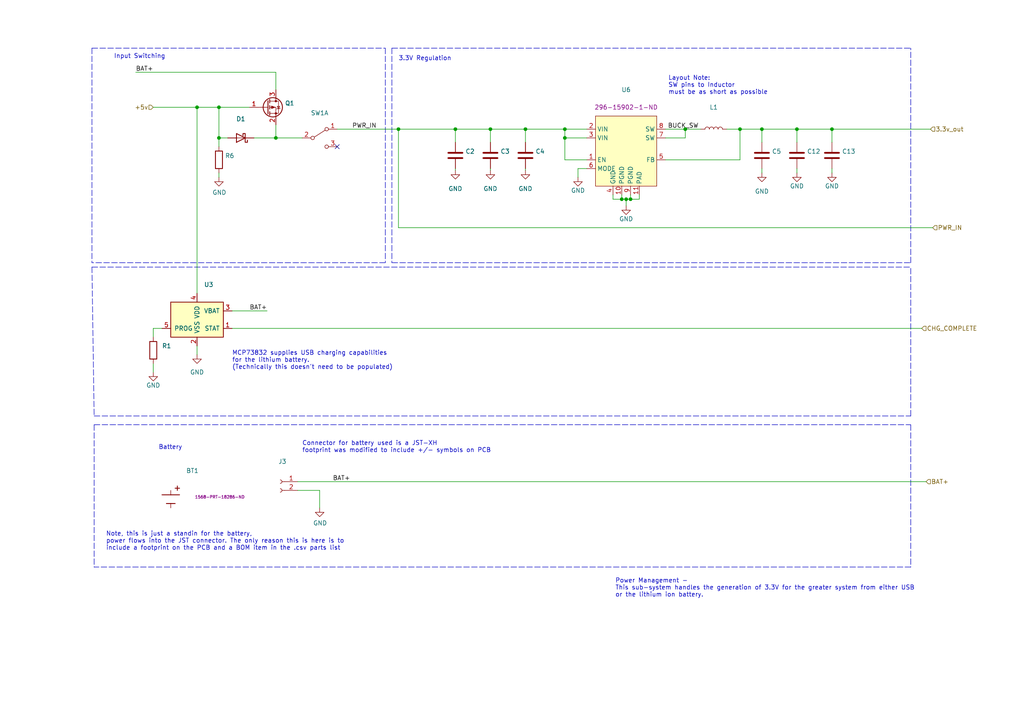
<source format=kicad_sch>
(kicad_sch (version 20211123) (generator eeschema)
  (paper "A4")
  (title_block (title "Makers Unified Controller") (rev "2") (company "Makers @ Oakland University") (comment 1 "Revision 1 & 2 Created By - Matthew James Bellafaire"))
  (lib_symbols
    (symbol "Battery_Management:MCP73832-2-OT" (pin_names (offset 1.016))
      (property "Reference" "U" (at -7.62 6.35 0))
      (property "Value" "MCP73832-2-OT" (at 1.27 6.35 0))
      (symbol "MCP73832-2-OT_0_1"
        (rectangle (start -7.62 5.08) (end 7.62 -5.08) (stroke (width 0.254)) (fill (type background)))
      )
      (symbol "MCP73832-2-OT_1_1"
        (pin output line (at 10.16 -2.54 180) (length 2.54) (name "STAT") (number "1"))
        (pin power_in line (at 0 -7.62 90) (length 2.54) (name "VSS") (number "2"))
        (pin power_out line (at 10.16 2.54 180) (length 2.54) (name "VBAT") (number "3"))
        (pin power_in line (at 0 7.62 270) (length 2.54) (name "VDD") (number "4"))
        (pin input line (at -10.16 -2.54 0) (length 2.54) (name "PROG") (number "5"))
      )
    )
    (symbol "Connector:Conn_01x02_Female" (pin_names (offset 1.016) hide)
      (property "Reference" "J" (at 0 2.54 0))
      (property "Value" "Conn_01x02_Female" (at 0 -5.08 0))
      (symbol "Conn_01x02_Female_1_1"
        (arc (start 0 -2.032) (mid -0.508 -2.54) (end 0 -3.048) (stroke (width 0.1524)))
        (polyline (pts (xy -1.27 -2.54) (xy -0.508 -2.54)) (stroke (width 0.1524)))
        (polyline (pts (xy -1.27 0) (xy -0.508 0)) (stroke (width 0.1524)))
        (arc (start 0 0.508) (mid -0.508 0) (end 0 -0.508) (stroke (width 0.1524)))
        (pin passive line (at -5.08 0 0) (length 3.81) (name "Pin_1") (number "1"))
        (pin passive line (at -5.08 -2.54 0) (length 3.81) (name "Pin_2") (number "2"))
      )
    )
    (symbol "Device:C" (pin_numbers hide) (pin_names (offset 0.254))
      (property "Reference" "C" (at 0.635 2.54 0))
      (property "Value" "C" (at 0.635 -2.54 0))
      (symbol "C_0_1"
        (polyline (pts (xy -2.032 -0.762) (xy 2.032 -0.762)) (stroke (width 0.508)))
        (polyline (pts (xy -2.032 0.762) (xy 2.032 0.762)) (stroke (width 0.508)))
      )
      (symbol "C_1_1"
        (pin passive line (at 0 3.81 270) (length 2.794) (name "~") (number "1"))
        (pin passive line (at 0 -3.81 90) (length 2.794) (name "~") (number "2"))
      )
    )
    (symbol "Device:D_Schottky" (pin_numbers hide) (pin_names (offset 1.016) hide)
      (property "Reference" "D" (at 0 2.54 0))
      (property "Value" "D_Schottky" (at 0 -2.54 0))
      (symbol "D_Schottky_0_1"
        (polyline (pts (xy 1.27 0) (xy -1.27 0)))
        (polyline (pts (xy 1.27 1.27) (xy 1.27 -1.27) (xy -1.27 0) (xy 1.27 1.27)) (stroke (width 0.254)))
        (polyline (pts (xy -1.905 0.635) (xy -1.905 1.27) (xy -1.27 1.27) (xy -1.27 -1.27) (xy -0.635 -1.27) (xy -0.635 -0.635)) (stroke (width 0.254)))
      )
      (symbol "D_Schottky_1_1"
        (pin passive line (at -3.81 0 0) (length 2.54) (name "K") (number "1"))
        (pin passive line (at 3.81 0 180) (length 2.54) (name "A") (number "2"))
      )
    )
    (symbol "Device:L" (pin_numbers hide) (pin_names (offset 1.016) hide)
      (property "Reference" "L" (at -1.27 0 90))
      (property "Value" "L" (at 1.905 0 90))
      (symbol "L_0_1"
        (arc (start 0 -2.54) (mid 0.635 -1.905) (end 0 -1.27))
        (arc (start 0 -1.27) (mid 0.635 -0.635) (end 0 0))
        (arc (start 0 0) (mid 0.635 0.635) (end 0 1.27))
        (arc (start 0 1.27) (mid 0.635 1.905) (end 0 2.54))
      )
      (symbol "L_1_1"
        (pin passive line (at 0 3.81 270) (length 1.27) (name "1") (number "1"))
        (pin passive line (at 0 -3.81 90) (length 1.27) (name "2") (number "2"))
      )
    )
    (symbol "Device:R" (pin_numbers hide) (pin_names (offset 0))
      (property "Reference" "R" (at 2.032 0 90))
      (property "Value" "R" (at 0 0 90))
      (symbol "R_0_1"
        (rectangle (start -1.016 -2.54) (end 1.016 2.54) (stroke (width 0.254)))
      )
      (symbol "R_1_1"
        (pin passive line (at 0 3.81 270) (length 1.27) (name "~") (number "1"))
        (pin passive line (at 0 -3.81 90) (length 1.27) (name "~") (number "2"))
      )
    )
    (symbol "Project_Imports:PRT-18286" (pin_names (offset 1.016) hide)
      (property "Reference" "BT1" (at 3.81 2.5655 90))
      (property "Value" "PRT-18286" (at 3.81 0.0255 90))
      (property "digikey_part_number" "1568-PRT-18286-ND" (at 3.81 -2.5145 90))
      (symbol "PRT-18286_0_0"
        (polyline (pts (xy -3.81 1.905) (xy -2.54 1.905)) (stroke (width 0.254)))
        (polyline (pts (xy -3.175 2.54) (xy -3.175 1.27)) (stroke (width 0.254)))
        (polyline (pts (xy -1.27 0) (xy -2.54 0)) (stroke (width 0.1524)))
        (polyline (pts (xy -1.27 0) (xy -1.27 -2.54)) (stroke (width 0.254)))
        (polyline (pts (xy -1.27 2.54) (xy -1.27 0)) (stroke (width 0.254)))
        (polyline (pts (xy 1.27 0) (xy 1.27 -1.27)) (stroke (width 0.254)))
        (polyline (pts (xy 1.27 0) (xy 2.54 0)) (stroke (width 0.1524)))
        (polyline (pts (xy 1.27 1.27) (xy 1.27 0)) (stroke (width 0.254)))
      )
    )
    (symbol "Project_Imports:TPS62046DRCR"
      (property "Reference" "U" (at -17.78 15.24 0))
      (property "Value" "TPS62046DRCR" (at -11.43 17.78 0))
      (symbol "TPS62046DRCR_0_1"
        (rectangle (start -8.89 10.16) (end 8.89 -10.16) (fill (type background)))
      )
      (symbol "TPS62046DRCR_1_1"
        (pin input line (at -11.43 -2.54 0) (length 2.54) (name "EN") (number "1"))
        (pin input line (at -1.27 -12.7 90) (length 2.54) (name "PGND") (number "10"))
        (pin input line (at 3.81 -12.7 90) (length 2.54) (name "PAD") (number "11"))
        (pin input line (at -11.43 6.35 0) (length 2.54) (name "VIN") (number "2"))
        (pin input line (at -11.43 3.81 0) (length 2.54) (name "VIN") (number "3"))
        (pin input line (at -3.81 -12.7 90) (length 2.54) (name "GND") (number "4"))
        (pin input line (at 11.43 -2.54 180) (length 2.54) (name "FB") (number "5"))
        (pin input line (at -11.43 -5.08 0) (length 2.54) (name "MODE") (number "6"))
        (pin output line (at 11.43 3.81 180) (length 2.54) (name "SW") (number "7"))
        (pin output line (at 11.43 6.35 180) (length 2.54) (name "SW") (number "8"))
        (pin input line (at 1.27 -12.7 90) (length 2.54) (name "PGND") (number "9"))
      )
    )
    (symbol "Switch:SW_DPDT_x2" (pin_names (offset 0) hide)
      (property "Reference" "SW" (at 0 4.318 0))
      (property "Value" "SW_DPDT_x2" (at 0 -5.08 0))
      (symbol "SW_DPDT_x2_0_0"
        (circle (center -2.032 0) (radius 0.508))
        (circle (center 2.032 -2.54) (radius 0.508))
      )
      (symbol "SW_DPDT_x2_0_1"
        (polyline (pts (xy -1.524 0.254) (xy 1.651 2.286)))
        (circle (center 2.032 2.54) (radius 0.508))
      )
      (symbol "SW_DPDT_x2_1_1"
        (pin passive line (at 5.08 2.54 180) (length 2.54) (name "A") (number "1"))
        (pin passive line (at -5.08 0 0) (length 2.54) (name "B") (number "2"))
        (pin passive line (at 5.08 -2.54 180) (length 2.54) (name "C") (number "3"))
      )
      (symbol "SW_DPDT_x2_2_1"
        (pin passive line (at 5.08 2.54 180) (length 2.54) (name "A") (number "4"))
        (pin passive line (at -5.08 0 0) (length 2.54) (name "B") (number "5"))
        (pin passive line (at 5.08 -2.54 180) (length 2.54) (name "C") (number "6"))
      )
    )
    (symbol "Transistor_FET:FDN340P" (pin_names hide)
      (property "Reference" "Q" (at 5.08 1.905 0))
      (property "Value" "FDN340P" (at 5.08 0 0))
      (symbol "FDN340P_0_1"
        (polyline (pts (xy 0.254 0) (xy -2.54 0)))
        (polyline (pts (xy 0.254 1.905) (xy 0.254 -1.905)) (stroke (width 0.254)))
        (polyline (pts (xy 0.762 -1.27) (xy 0.762 -2.286)) (stroke (width 0.254)))
        (polyline (pts (xy 0.762 0.508) (xy 0.762 -0.508)) (stroke (width 0.254)))
        (polyline (pts (xy 0.762 2.286) (xy 0.762 1.27)) (stroke (width 0.254)))
        (polyline (pts (xy 2.54 2.54) (xy 2.54 1.778)))
        (polyline (pts (xy 2.54 -2.54) (xy 2.54 0) (xy 0.762 0)))
        (polyline (pts (xy 0.762 1.778) (xy 3.302 1.778) (xy 3.302 -1.778) (xy 0.762 -1.778)))
        (polyline (pts (xy 2.286 0) (xy 1.27 0.381) (xy 1.27 -0.381) (xy 2.286 0)) (fill (type outline)))
        (polyline (pts (xy 2.794 -0.508) (xy 2.921 -0.381) (xy 3.683 -0.381) (xy 3.81 -0.254)))
        (polyline (pts (xy 3.302 -0.381) (xy 2.921 0.254) (xy 3.683 0.254) (xy 3.302 -0.381)))
        (circle (center 1.651 0) (radius 2.794) (stroke (width 0.254)))
        (circle (center 2.54 -1.778) (radius 0.254) (fill (type outline)))
        (circle (center 2.54 1.778) (radius 0.254) (fill (type outline)))
      )
      (symbol "FDN340P_1_1"
        (pin input line (at -5.08 0 0) (length 2.54) (name "G") (number "1"))
        (pin passive line (at 2.54 -5.08 90) (length 2.54) (name "S") (number "2"))
        (pin passive line (at 2.54 5.08 270) (length 2.54) (name "D") (number "3"))
      )
    )
    (symbol "power:GND" (power) (pin_names (offset 0))
      (property "Value" "GND" (at 0 -3.81 0))
      (symbol "GND_0_1"
        (polyline (pts (xy 0 0) (xy 0 -1.27) (xy 1.27 -1.27) (xy 0 -2.54) (xy -1.27 -1.27) (xy 0 -1.27)))
      )
      (symbol "GND_1_1"
        (pin power_in line (at 0 0 270) (length 0) hide (name "GND") (number "1"))
      )
    )
  )
  (junction (at 132.08 37.465))
  (junction (at 63.5 31.115))
  (junction (at 182.88 57.785))
  (junction (at 220.98 37.465))
  (junction (at 57.15 31.115))
  (junction (at 181.61 57.785))
  (junction (at 163.83 40.005))
  (junction (at 152.4 37.465))
  (junction (at 214.63 37.465))
  (junction (at 241.3 37.465))
  (junction (at 80.01 40.005))
  (junction (at 142.24 37.465))
  (junction (at 163.83 37.465))
  (junction (at 231.14 37.465))
  (junction (at 180.34 57.785))
  (junction (at 115.57 37.465))
  (junction (at 198.755 37.465))
  (junction (at 63.5 40.005))
  (no_connect (at 97.79 42.545))
  (polyline (pts (xy 264.16 76.2) (xy 264.16 13.97)))
  (wire (pts (xy 210.82 37.465) (xy 214.63 37.465)))
  (wire (pts (xy 80.01 40.005) (xy 80.01 36.195)))
  (wire (pts (xy 152.4 37.465) (xy 152.4 41.275)))
  (wire (pts (xy 97.79 37.465) (xy 115.57 37.465)))
  (wire (pts (xy 57.15 31.115) (xy 63.5 31.115)))
  (wire (pts (xy 182.88 57.785) (xy 185.42 57.785)))
  (wire (pts (xy 142.24 37.465) (xy 142.24 41.275)))
  (polyline (pts (xy 264.16 120.65) (xy 264.16 77.47)))
  (polyline (pts (xy 113.665 13.97) (xy 113.665 76.2)))
  (polyline (pts (xy 26.67 13.97) (xy 26.67 76.2)))
  (wire (pts (xy 57.15 100.33) (xy 57.15 102.87)))
  (wire (pts (xy 86.36 142.24) (xy 92.71 142.24)))
  (wire (pts (xy 181.61 57.785) (xy 182.88 57.785)))
  (wire (pts (xy 132.08 37.465) (xy 142.24 37.465)))
  (wire (pts (xy 163.83 46.355) (xy 170.18 46.355)))
  (wire (pts (xy 80.01 20.955) (xy 80.01 26.035)))
  (wire (pts (xy 63.5 40.005) (xy 63.5 42.545)))
  (wire (pts (xy 193.04 37.465) (xy 198.755 37.465)))
  (wire (pts (xy 231.14 37.465) (xy 241.3 37.465)))
  (wire (pts (xy 214.63 46.355) (xy 214.63 37.465)))
  (wire (pts (xy 142.24 37.465) (xy 152.4 37.465)))
  (wire (pts (xy 73.66 40.005) (xy 80.01 40.005)))
  (wire (pts (xy 72.39 31.115) (xy 63.5 31.115)))
  (wire (pts (xy 92.71 142.24) (xy 92.71 147.32)))
  (wire (pts (xy 39.37 20.955) (xy 80.01 20.955)))
  (polyline (pts (xy 26.67 13.97) (xy 111.76 13.97)))
  (polyline (pts (xy 27.305 123.19) (xy 264.16 123.19)))
  (polyline (pts (xy 111.76 76.2) (xy 26.67 76.2)))
  (polyline (pts (xy 113.665 76.2) (xy 264.16 76.2)))
  (wire (pts (xy 170.18 40.005) (xy 163.83 40.005)))
  (wire (pts (xy 193.04 46.355) (xy 214.63 46.355)))
  (wire (pts (xy 63.5 51.435) (xy 63.5 50.165)))
  (wire (pts (xy 63.5 31.115) (xy 63.5 40.005)))
  (polyline (pts (xy 27.305 120.65) (xy 264.16 120.65)))
  (wire (pts (xy 167.64 48.895) (xy 167.64 51.435)))
  (wire (pts (xy 231.14 37.465) (xy 231.14 41.275)))
  (wire (pts (xy 163.83 37.465) (xy 170.18 37.465)))
  (wire (pts (xy 132.08 48.895) (xy 132.08 49.403)))
  (polyline (pts (xy 27.305 123.19) (xy 27.305 164.465)))
  (wire (pts (xy 163.83 40.005) (xy 163.83 46.355)))
  (wire (pts (xy 241.3 48.895) (xy 241.3 50.165)))
  (polyline (pts (xy 264.16 164.465) (xy 27.305 164.465)))
  (wire (pts (xy 170.18 48.895) (xy 167.64 48.895)))
  (polyline (pts (xy 26.67 77.47) (xy 27.305 120.65)))
  (wire (pts (xy 132.08 37.465) (xy 132.08 41.275)))
  (wire (pts (xy 67.31 95.25) (xy 267.335 95.25)))
  (wire (pts (xy 177.8 56.515) (xy 177.8 57.785)))
  (wire (pts (xy 182.88 56.515) (xy 182.88 57.785)))
  (wire (pts (xy 115.57 37.465) (xy 115.57 66.04)))
  (wire (pts (xy 152.4 37.465) (xy 163.83 37.465)))
  (polyline (pts (xy 264.16 123.19) (xy 264.16 164.465)))
  (wire (pts (xy 241.3 37.465) (xy 269.875 37.465)))
  (wire (pts (xy 44.45 95.25) (xy 44.45 97.79)))
  (wire (pts (xy 44.45 31.115) (xy 57.15 31.115)))
  (wire (pts (xy 57.15 31.115) (xy 57.15 85.09)))
  (wire (pts (xy 214.63 37.465) (xy 220.98 37.465)))
  (wire (pts (xy 185.42 57.785) (xy 185.42 56.515)))
  (wire (pts (xy 115.57 66.04) (xy 270.51 66.04)))
  (wire (pts (xy 181.61 57.785) (xy 181.61 59.69)))
  (polyline (pts (xy 26.67 77.47) (xy 264.16 77.47)))
  (wire (pts (xy 163.83 40.005) (xy 163.83 37.465)))
  (wire (pts (xy 241.3 37.465) (xy 241.3 41.275)))
  (wire (pts (xy 80.01 40.005) (xy 87.63 40.005)))
  (wire (pts (xy 180.34 56.515) (xy 180.34 57.785)))
  (wire (pts (xy 198.755 40.005) (xy 198.755 37.465)))
  (wire (pts (xy 220.98 48.895) (xy 220.98 50.165)))
  (wire (pts (xy 67.31 90.17) (xy 77.47 90.17)))
  (wire (pts (xy 115.57 37.465) (xy 132.08 37.465)))
  (wire (pts (xy 152.4 48.895) (xy 152.4 49.403)))
  (wire (pts (xy 86.36 139.7) (xy 268.605 139.7)))
  (polyline (pts (xy 111.76 13.97) (xy 111.76 76.2)))
  (wire (pts (xy 220.98 37.465) (xy 220.98 41.275)))
  (wire (pts (xy 44.45 105.41) (xy 44.45 107.95)))
  (wire (pts (xy 193.04 40.005) (xy 198.755 40.005)))
  (wire (pts (xy 220.98 37.465) (xy 231.14 37.465)))
  (wire (pts (xy 180.34 57.785) (xy 181.61 57.785)))
  (wire (pts (xy 46.99 95.25) (xy 44.45 95.25)))
  (wire (pts (xy 231.14 48.895) (xy 231.14 50.165)))
  (wire (pts (xy 142.24 48.895) (xy 142.24 49.403)))
  (wire (pts (xy 198.755 37.465) (xy 203.2 37.465)))
  (wire (pts (xy 63.5 40.005) (xy 66.04 40.005)))
  (polyline (pts (xy 113.665 13.97) (xy 264.16 13.97)))
  (wire (pts (xy 177.8 57.785) (xy 180.34 57.785)))
  (text "Input Switching" (at 33.02 17.145 0) (effects (font (size 1.27 1.27)) (justify left bottom)))
  (text "Battery" (at 45.974 130.556 0) (effects (font (size 1.27 1.27)) (justify left bottom)))
  (text "Note, this is just a standin for the battery, \npower flows into the JST connector. The only reason this is here is to \ninclude a footprint on the PCB and a BOM item in the .csv parts list" (at 30.734 159.766 0) (effects (font (size 1.27 1.27)) (justify left bottom)))
  (text "Connector for battery used is a JST-XH \nfootprint was modified to include +/- symbols on PCB\n" (at 87.63 131.445 0) (effects (font (size 1.27 1.27)) (justify left bottom)))
  (text "Power Management - \nThis sub-system handles the generation of 3.3V for the greater system from either USB \nor the lithium ion battery. " (at 178.435 173.355 0) (effects (font (size 1.27 1.27)) (justify left bottom)))
  (text "MCP73832 supplies USB charging capabilities \nfor the lithium battery. \n(Technically this doesn't need to be populated)" (at 67.31 107.315 0) (effects (font (size 1.27 1.27)) (justify left bottom)))
  (text "3.3V Regulation" (at 115.57 17.78 0) (effects (font (size 1.27 1.27)) (justify left bottom)))
  (text "Layout Note: \nSW pins to Inductor \nmust be as short as possible" (at 193.802 27.559 0) (effects (font (size 1.27 1.27)) (justify left bottom)))
  (label "BAT+" (at 39.37 20.955 0))
  (label "PWR_IN" (at 109.22 37.465 180))
  (label "BAT+" (at 77.47 90.17 180))
  (label "BUCK_SW" (at 193.675 37.465 0))
  (label "BAT+" (at 101.6 139.7 180))
  (hierarchical_label "PWR_IN" (shape input) (at 270.51 66.04 0))
  (hierarchical_label "CHG_COMPLETE" (shape input) (at 267.335 95.25 0))
  (hierarchical_label "BAT+" (shape input) (at 268.605 139.7 0))
  (hierarchical_label "+5v" (shape input) (at 44.45 31.115 180))
  (hierarchical_label "3.3v_out" (shape input) (at 269.875 37.465 0))
  (symbol (lib_id "Device:C") (at 132.08 45.085 0) (unit 1)
    (property "Reference" "C2" (at 135.001 43.9166 0) (effects (justify left)))
    (property "digikey_part_number" "1276-6455-1-ND" (effects hide))
    (property "LCSC_part_number" "C15850" (effects hide))
  )
  (symbol (lib_id "power:GND") (at 57.15 102.87 0) (unit 1)
    (property "Reference" "#PWR0116" (effects hide))
    (property "Value" "GND" (at 57.15 107.95 0))
  )
  (symbol (lib_id "power:GND") (at 152.4 49.403 0) (unit 1)
    (property "Reference" "#PWR0109" (effects hide))
    (property "Value" "~" (at 152.4 54.737 0))
  )
  (symbol (lib_id "power:GND") (at 132.08 49.403 0) (unit 1)
    (property "Reference" "#PWR0111" (effects hide))
    (property "Value" "~" (at 132.08 54.737 0))
  )
  (symbol (lib_id "power:GND") (at 63.5 51.435 0) (unit 1)
    (property "Reference" "#PWR0107" (effects hide))
    (property "Value" "GND" (at 63.627 55.8292 0))
  )
  (symbol (lib_id "Device:D_Schottky") (at 69.85 40.005 180) (unit 1)
    (property "Reference" "D1" (at 69.85 34.4932 0))
    (property "digikey_part_number" "641-1101-1-ND" (effects hide))
  )
  (symbol (lib_id "power:GND") (at 231.14 50.165 0) (unit 1)
    (property "Reference" "#PWR0115" (effects hide))
    (property "Value" "GND" (at 231.14 53.975 0))
  )
  (symbol (lib_id "Device:R") (at 63.5 46.355 0) (unit 1)
    (property "Reference" "R6" (at 65.278 45.1866 0) (effects (justify left)))
    (property "digikey_part_number" "RMCF0805JT10K0CT-ND" (effects hide))
    (property "LCSC_part_number" "C17414" (effects hide))
  )
  (symbol (lib_id "Device:C") (at 231.14 45.085 0) (unit 1)
    (property "Reference" "C12" (at 234.061 43.9166 0) (effects (justify left)))
    (property "digikey_part_number" "1276-6455-1-ND" (effects hide))
    (property "LCSC_part_number" "C15850" (effects hide))
  )
  (symbol (lib_id "Device:C") (at 152.4 45.085 0) (unit 1)
    (property "Reference" "C4" (at 155.321 43.9166 0) (effects (justify left)))
    (property "digikey_part_number" "1276-1275-1-ND" (effects hide))
    (property "LCSC_part_number" "C28323" (effects hide))
  )
  (symbol (lib_id "Device:C") (at 220.98 45.085 0) (unit 1)
    (property "Reference" "C5" (at 223.901 43.9166 0) (effects (justify left)))
    (property "digikey_part_number" "1276-6455-1-ND" (effects hide))
    (property "LCSC_part_number" "C15850" (effects hide))
  )
  (symbol (lib_id "Device:C") (at 241.3 45.085 0) (unit 1)
    (property "Reference" "C13" (at 244.221 43.9166 0) (effects (justify left)))
    (property "digikey_part_number" "1276-1275-1-ND" (effects hide))
    (property "LCSC_part_number" "C28323" (effects hide))
  )
  (symbol (lib_id "Battery_Management:MCP73832-2-OT") (at 57.15 92.71 0) (unit 1)
    (property "Reference" "U3" (at 59.1694 82.55 0) (effects (justify left)))
    (property "Footprint" "Package_TO_SOT_SMD:SOT-23-5" (effects hide))
    (property "Datasheet" "http://ww1.microchip.com/downloads/en/DeviceDoc/20001984g.pdf" (effects hide))
  )
  (symbol (lib_id "Connector:Conn_01x02_Female") (at 81.28 139.7 0) (mirror y) (unit 1)
    (property "Reference" "J3" (at 81.915 133.858 0))
  )
  (symbol (lib_id "power:GND") (at 92.71 147.32 0) (unit 1)
    (property "Reference" "#PWR0118" (effects hide))
    (property "Value" "GND" (at 92.837 151.7142 0))
  )
  (symbol (lib_id "Device:C") (at 142.24 45.085 0) (unit 1)
    (property "Reference" "C3" (at 145.161 43.9166 0) (effects (justify left)))
    (property "digikey_part_number" "1276-6455-1-ND" (effects hide))
    (property "LCSC_part_number" "C15850" (effects hide))
  )
  (symbol (lib_id "Project_Imports:PRT-18286") (at 49.53 144.78 270) (unit 1)
    (property "Reference" "BT1" (at 53.975 136.525 90) (effects (justify left)))
    (property "Footprint" "Footprint_Imports:PRT18286" (effects hide))
    (property "Datasheet" "https://cdn.sparkfun.com/assets/e/3/3/2/7/-KPL623450-1300mAh-3.7V_______________2021-01-21.pdf" (effects hide))
    (property "digikey_part_number" "1568-PRT-18286-ND" (at 56.515 144.145 90) (effects (font (size 0.8382 0.8382)) (justify left)))
  )
  (symbol (lib_id "Device:R") (at 44.45 101.6 0) (unit 1)
    (property "Reference" "R1" (at 46.99 100.3299 0) (effects (justify left)))
    (property "digikey_part_number" "RMCF0805JT2K20CT-ND" (effects hide))
  )
  (symbol (lib_id "power:GND") (at 142.24 49.403 0) (unit 1)
    (property "Reference" "#PWR0110" (effects hide))
    (property "Value" "~" (at 142.24 54.737 0))
  )
  (symbol (lib_id "power:GND") (at 220.98 50.165 0) (unit 1)
    (property "Reference" "#PWR0113" (effects hide))
    (property "Value" "GND" (at 220.98 55.499 0))
  )
  (symbol (lib_id "Transistor_FET:FDN340P") (at 77.47 31.115 0) (unit 1)
    (property "Reference" "Q1" (at 82.6516 29.9466 0) (effects (justify left)))
    (property "Footprint" "Package_TO_SOT_SMD:SOT-23" (effects hide))
    (property "Datasheet" "https://www.onsemi.com/pub/Collateral/FDN340P-D.PDF" (effects hide))
    (property "digikey_part_number" "3757-PJA3401A_R1_00001CT-ND" (effects hide))
  )
  (symbol (lib_id "power:GND") (at 181.61 59.69 0) (unit 1)
    (property "Reference" "#PWR0112" (effects hide))
    (property "Value" "GND" (at 181.61 63.5 0))
  )
  (symbol (lib_id "power:GND") (at 241.3 50.165 0) (unit 1)
    (property "Reference" "#PWR0114" (effects hide))
    (property "Value" "GND" (at 241.3 53.975 0))
  )
  (symbol (lib_id "power:GND") (at 167.64 51.435 0) (unit 1)
    (property "Reference" "#PWR0108" (effects hide))
    (property "Value" "GND" (at 167.64 55.245 0))
  )
  (symbol (lib_id "power:GND") (at 44.45 107.95 0) (unit 1)
    (property "Reference" "#PWR0117" (effects hide))
    (property "Value" "GND" (at 44.45 111.76 0))
  )
  (symbol (lib_id "Switch:SW_DPDT_x2") (at 92.71 40.005 0) (unit 1)
    (property "Reference" "SW1" (at 92.71 32.766 0))
    (property "digikey_part_number" "CKC5102-ND" (effects hide))
  )
  (symbol (lib_id "Device:L") (at 207.01 37.465 90) (unit 1)
    (property "Reference" "L1" (at 207.01 31.115 90))
    (property "digikey_part_number" "732-1041-1-ND" (effects hide))
  )
  (symbol (lib_id "Project_Imports:TPS62046DRCR") (at 181.61 43.815 0) (unit 1)
    (property "Reference" "U6" (at 181.61 26.035 0))
    (property "Footprint" "Package_SON:VSON-10-1EP_3x3mm_P0.5mm_EP1.2x2mm_ThermalVias" (effects hide))
    (property "Datasheet" "https://www.ti.com/lit/ds/symlink/tps62040.pdf?HQS=dis-dk-null-digikeymode-dsf-pf-null-wwe&ts=1655555568465&ref_url=https%253A%252F%252Fwww.ti.com%252Fgeneral%252Fdocs%252Fsuppproductinfo.tsp%253FdistId%253D10%2526gotoUrl%253Dhttps%253A%252F%252Fwww.ti.com%252Flit%252Fgpn%252Ftps62040" (effects hide))
    (property "digikey" "296-15902-1-ND" (at 181.61 31.115 0))
    (property "digikey_part_number" "296-15902-1-ND" (effects hide))
  )
)
</source>
